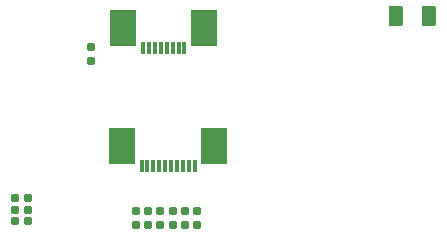
<source format=gbr>
%TF.GenerationSoftware,KiCad,Pcbnew,5.99.0-unknown-b10f156dd0~130~ubuntu20.04.1*%
%TF.CreationDate,2021-06-23T21:39:51+08:00*%
%TF.ProjectId,M5Pi,4d355069-2e6b-4696-9361-645f70636258,3.0*%
%TF.SameCoordinates,Original*%
%TF.FileFunction,Paste,Bot*%
%TF.FilePolarity,Positive*%
%FSLAX46Y46*%
G04 Gerber Fmt 4.6, Leading zero omitted, Abs format (unit mm)*
G04 Created by KiCad (PCBNEW 5.99.0-unknown-b10f156dd0~130~ubuntu20.04.1) date 2021-06-23 21:39:51*
%MOMM*%
%LPD*%
G01*
G04 APERTURE LIST*
G04 Aperture macros list*
%AMRoundRect*
0 Rectangle with rounded corners*
0 $1 Rounding radius*
0 $2 $3 $4 $5 $6 $7 $8 $9 X,Y pos of 4 corners*
0 Add a 4 corners polygon primitive as box body*
4,1,4,$2,$3,$4,$5,$6,$7,$8,$9,$2,$3,0*
0 Add four circle primitives for the rounded corners*
1,1,$1+$1,$2,$3*
1,1,$1+$1,$4,$5*
1,1,$1+$1,$6,$7*
1,1,$1+$1,$8,$9*
0 Add four rect primitives between the rounded corners*
20,1,$1+$1,$2,$3,$4,$5,0*
20,1,$1+$1,$4,$5,$6,$7,0*
20,1,$1+$1,$6,$7,$8,$9,0*
20,1,$1+$1,$8,$9,$2,$3,0*%
G04 Aperture macros list end*
%ADD10RoundRect,0.160000X-0.160000X0.197500X-0.160000X-0.197500X0.160000X-0.197500X0.160000X0.197500X0*%
%ADD11RoundRect,0.155000X-0.212500X-0.155000X0.212500X-0.155000X0.212500X0.155000X-0.212500X0.155000X0*%
%ADD12RoundRect,0.160000X0.160000X-0.197500X0.160000X0.197500X-0.160000X0.197500X-0.160000X-0.197500X0*%
%ADD13R,0.300000X1.100000*%
%ADD14R,2.300000X3.100000*%
%ADD15RoundRect,0.155000X0.155000X-0.212500X0.155000X0.212500X-0.155000X0.212500X-0.155000X-0.212500X0*%
%ADD16RoundRect,0.155000X-0.155000X0.212500X-0.155000X-0.212500X0.155000X-0.212500X0.155000X0.212500X0*%
%ADD17RoundRect,0.250000X0.375000X0.625000X-0.375000X0.625000X-0.375000X-0.625000X0.375000X-0.625000X0*%
G04 APERTURE END LIST*
D10*
%TO.C,R41*%
X135053353Y-106226564D03*
X135053353Y-107421564D03*
%TD*%
D11*
%TO.C,C54*%
X121695853Y-105101564D03*
X122830853Y-105101564D03*
%TD*%
D12*
%TO.C,R20*%
X136093353Y-107421564D03*
X136093353Y-106226564D03*
%TD*%
D13*
%TO.C,J5*%
X136043353Y-92401564D03*
X135543353Y-92401564D03*
X135043353Y-92401564D03*
X134543353Y-92401564D03*
X134043353Y-92401564D03*
X133543353Y-92401564D03*
X133043353Y-92401564D03*
X132543353Y-92401564D03*
D14*
X130873353Y-90701564D03*
X137713353Y-90701564D03*
%TD*%
D10*
%TO.C,R39*%
X134013353Y-106206564D03*
X134013353Y-107401564D03*
%TD*%
D13*
%TO.C,J4*%
X132413353Y-102439064D03*
X132913353Y-102439064D03*
X133413353Y-102439064D03*
X133913353Y-102439064D03*
X134413353Y-102439064D03*
X134913353Y-102439064D03*
X135413353Y-102439064D03*
X135913353Y-102439064D03*
X136413353Y-102439064D03*
X136913353Y-102439064D03*
D14*
X130743353Y-100739064D03*
X138583353Y-100739064D03*
%TD*%
D15*
%TO.C,C29*%
X137143353Y-107391564D03*
X137143353Y-106256564D03*
%TD*%
D11*
%TO.C,C55*%
X121695853Y-107101564D03*
X122830853Y-107101564D03*
%TD*%
D10*
%TO.C,R33*%
X131943353Y-106206564D03*
X131943353Y-107401564D03*
%TD*%
D16*
%TO.C,C30*%
X128093353Y-92359064D03*
X128093353Y-93494064D03*
%TD*%
D17*
%TO.C,F1*%
X156763353Y-89701564D03*
X153963353Y-89701564D03*
%TD*%
D11*
%TO.C,C52*%
X121695853Y-106101564D03*
X122830853Y-106101564D03*
%TD*%
D10*
%TO.C,R40*%
X132963353Y-106206564D03*
X132963353Y-107401564D03*
%TD*%
M02*

</source>
